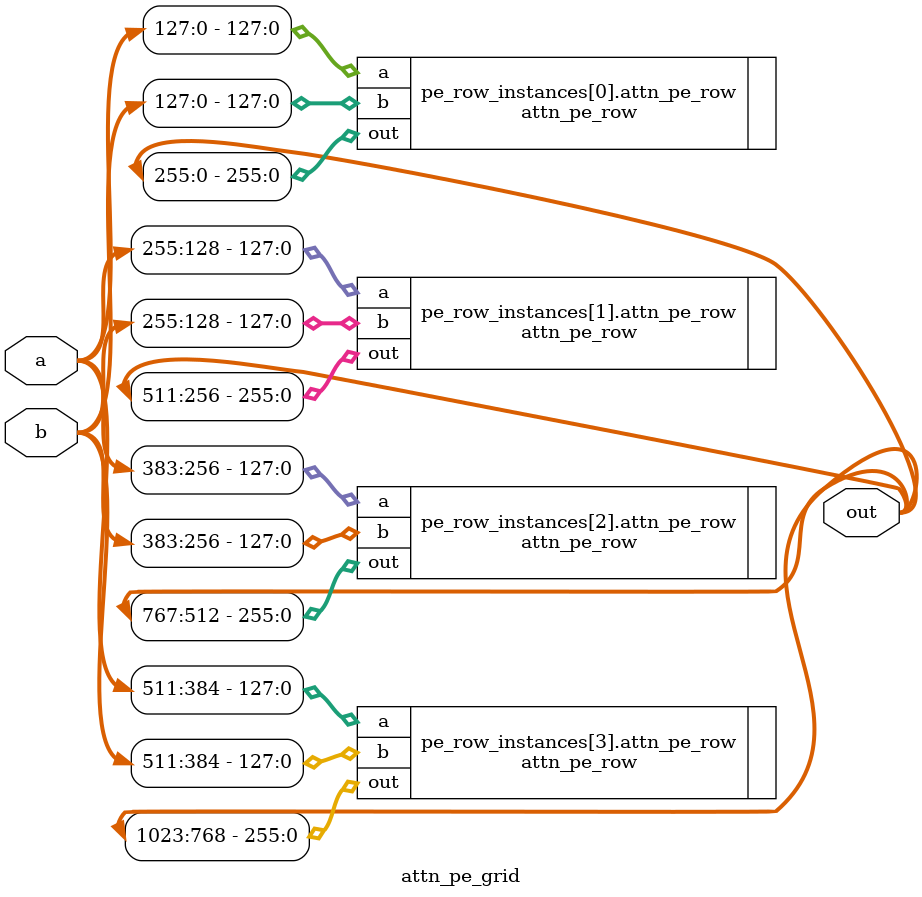
<source format=v>
`timescale 1ns / 1ps


module attn_pe_grid #(
        parameter DATA_WIDTH = 8,
        parameter NUM_ATTN_ROWS = 4, // number of parallel compute rows
        parameter NUM_ATTN_MACS = 4, // number of macs equal to matrix vector PE grid, FUTURE IMPLEMENTATION: ENABLE RESHAPING
        parameter NUM_ATTN_PES = 4 // number of PEs for the attention block
    )      
    (   
        input [NUM_ATTN_MACS * NUM_ATTN_ROWS * NUM_ATTN_PES * DATA_WIDTH - 1:0] a,
        input [NUM_ATTN_MACS * NUM_ATTN_ROWS * NUM_ATTN_PES * DATA_WIDTH - 1:0] b,
        output [NUM_ATTN_MACS * NUM_ATTN_ROWS * NUM_ATTN_PES * DATA_WIDTH * 2 - 1:0] out        
    );       
        
    genvar i;
    generate
        for (i = 0; i < NUM_ATTN_ROWS; i = i + 1) begin : pe_row_instances
            attn_pe_row #(
                .DATA_WIDTH(DATA_WIDTH),
                .NUM_MACS(NUM_ATTN_MACS),
                .NUM_ATTN_PES(NUM_ATTN_PES)
            ) attn_pe_row (
                .a(a[DATA_WIDTH*NUM_ATTN_MACS*NUM_ATTN_PES*(i+1)-1:DATA_WIDTH*NUM_ATTN_MACS*NUM_ATTN_PES*i]),
                .b(b[DATA_WIDTH*NUM_ATTN_MACS*NUM_ATTN_PES*(i+1)-1:DATA_WIDTH*NUM_ATTN_MACS*NUM_ATTN_PES*i]),
                .out(out[(2*NUM_ATTN_MACS*DATA_WIDTH*NUM_ATTN_PES)*(i+1)-1:(2*NUM_ATTN_MACS*DATA_WIDTH*NUM_ATTN_PES)*i])
            );
        end
    endgenerate
          
endmodule

</source>
